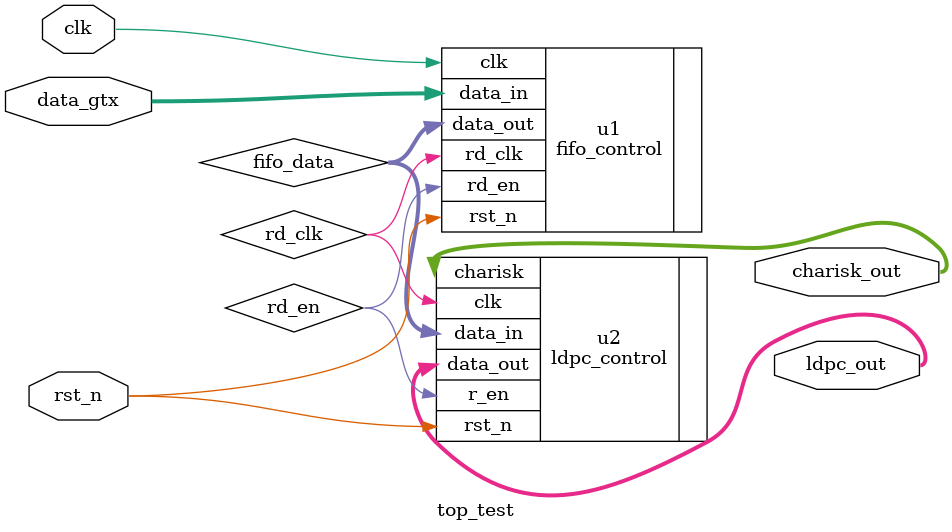
<source format=v>
module top_test(
    clk    ,
    rst_n  ,
    //ÆäËûÐÅºÅ,¾ÙÀýdout
    data_gtx,
    ldpc_out,
    charisk_out
    );

    //²ÎÊý¶¨Òå
    parameter      DATA_W =         16;

    //ÊäÈëÐÅºÅ¶¨Òå
    input               clk    ;
    input               rst_n  ;
    input [DATA_W-1:0]  data_gtx;
    //Êä³öÐÅºÅ¶¨Òå
    output[DATA_W-1:0]  ldpc_out   ;
    output [1:0]       charisk_out;
    //Êä³öÐÅºÅreg¶¨Òå
   
    //ÖÐ¼äÐÅºÅ¶¨Òå
    wire [DATA_W-1:0] fifo_data;
    wire rd_en;
    wire rd_clk;
    
    //µ×²ãÄ£¿éµ÷ÓÃ
   //fifoÄ£¿éµ÷ÓÃ
    fifo_control  u1(
    .clk(clk),
    .rst_n(rst_n),
    .data_in(data_gtx),
    .data_out(fifo_data),
    .rd_en(rd_en),
    .rd_clk(rd_clk)
    );
  

    //ldpcÄ£¿éµ÷ÓÃ
    ldpc_control    u2(
    .clk(rd_clk),
    .rst_n(rst_n),
    .data_in(fifo_data),
    .r_en(rd_en),
    .data_out(ldpc_out),
    .charisk(charisk_out)
    );
    endmodule


</source>
